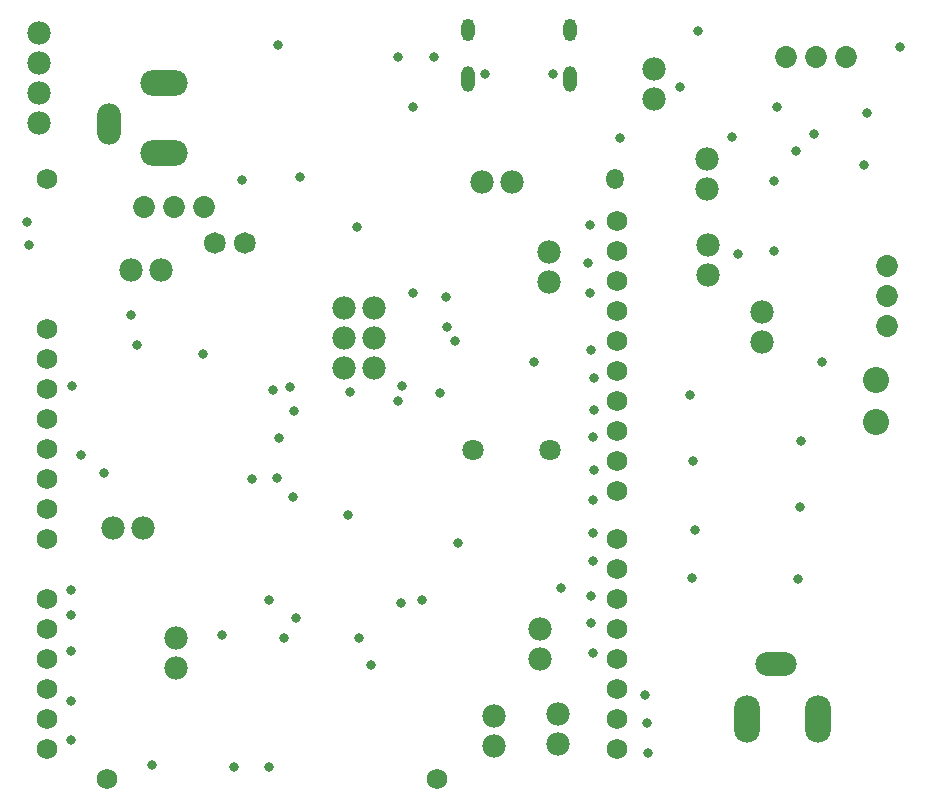
<source format=gbs>
G04*
G04 #@! TF.GenerationSoftware,Altium Limited,Altium Designer,24.2.2 (26)*
G04*
G04 Layer_Color=16711935*
%FSLAX44Y44*%
%MOMM*%
G71*
G04*
G04 #@! TF.SameCoordinates,C9C70787-D61E-4D50-BDF8-59307FDF8C79*
G04*
G04*
G04 #@! TF.FilePolarity,Negative*
G04*
G01*
G75*
%ADD40C,0.0000*%
%ADD58C,0.8032*%
%ADD59O,1.1032X2.2032*%
%ADD60O,1.1032X1.9032*%
%ADD61C,1.8232*%
%ADD62O,2.0032X3.5032*%
%ADD63O,4.0032X2.2032*%
%ADD64C,1.9812*%
%ADD65C,1.8532*%
%ADD66C,1.7272*%
%ADD67O,3.5032X2.0032*%
%ADD68O,2.2032X4.0032*%
%ADD69C,1.8032*%
%ADD70C,2.2032*%
%ADD71O,1.4732X1.7272*%
%ADD72C,0.8382*%
D40*
X176251Y478790D02*
G03*
X176251Y478790I-8611J0D01*
G01*
X201651D02*
G03*
X201651Y478790I-8611J0D01*
G01*
D58*
X454350Y622330D02*
D03*
X396550D02*
D03*
D59*
X468700Y617430D02*
D03*
X382200D02*
D03*
D60*
X468700Y659130D02*
D03*
X382200D02*
D03*
D61*
X167640Y478790D02*
D03*
X193040D02*
D03*
D62*
X77960Y579680D02*
D03*
D63*
X124460Y614680D02*
D03*
Y554680D02*
D03*
D64*
X450850Y445770D02*
D03*
Y471170D02*
D03*
X631190Y394970D02*
D03*
Y420370D02*
D03*
X539750Y600710D02*
D03*
Y626110D02*
D03*
X134620Y119380D02*
D03*
Y144780D02*
D03*
X458470Y80010D02*
D03*
Y54610D02*
D03*
X19050Y605790D02*
D03*
Y580390D02*
D03*
Y656590D02*
D03*
Y631190D02*
D03*
X403860Y53340D02*
D03*
Y78740D02*
D03*
X96520Y455930D02*
D03*
X121920D02*
D03*
X584200Y549910D02*
D03*
Y524510D02*
D03*
X81280Y237490D02*
D03*
X106680D02*
D03*
X393954Y530606D02*
D03*
X419354D02*
D03*
X585470Y452120D02*
D03*
Y477520D02*
D03*
X443230Y127000D02*
D03*
Y152400D02*
D03*
X276860Y424180D02*
D03*
X302260D02*
D03*
X276860Y398780D02*
D03*
X302260D02*
D03*
X276860Y373380D02*
D03*
X302260D02*
D03*
D65*
X158750Y509270D02*
D03*
X133350D02*
D03*
X107950D02*
D03*
X651510Y636270D02*
D03*
X676910D02*
D03*
X702310D02*
D03*
X736600Y408940D02*
D03*
Y434340D02*
D03*
Y459740D02*
D03*
D66*
X25400Y177800D02*
D03*
Y152400D02*
D03*
Y127000D02*
D03*
Y101600D02*
D03*
Y76200D02*
D03*
Y50800D02*
D03*
X508000Y497840D02*
D03*
Y472440D02*
D03*
Y447040D02*
D03*
Y421640D02*
D03*
Y396240D02*
D03*
Y370840D02*
D03*
Y345440D02*
D03*
Y320040D02*
D03*
Y294640D02*
D03*
Y269240D02*
D03*
X25400Y228600D02*
D03*
Y254000D02*
D03*
Y279400D02*
D03*
Y304800D02*
D03*
Y330200D02*
D03*
Y355600D02*
D03*
Y381000D02*
D03*
Y406400D02*
D03*
X508000Y50800D02*
D03*
Y76200D02*
D03*
Y101600D02*
D03*
Y127000D02*
D03*
Y152400D02*
D03*
Y177800D02*
D03*
Y203200D02*
D03*
Y228600D02*
D03*
X25400Y533400D02*
D03*
X355600Y25400D02*
D03*
X76200D02*
D03*
D67*
X643180Y122700D02*
D03*
D68*
X678180Y76200D02*
D03*
X618180D02*
D03*
D69*
X386600Y303530D02*
D03*
X451600D02*
D03*
D70*
X727710Y327660D02*
D03*
Y362660D02*
D03*
D71*
X506730Y533400D02*
D03*
D72*
X46990Y358140D02*
D03*
X45720Y185420D02*
D03*
Y163830D02*
D03*
Y133350D02*
D03*
Y91440D02*
D03*
Y58420D02*
D03*
X485140Y494030D02*
D03*
X483870Y462280D02*
D03*
X485140Y436880D02*
D03*
X486410Y388620D02*
D03*
X488950Y364490D02*
D03*
Y337820D02*
D03*
X487680Y261620D02*
D03*
Y314960D02*
D03*
X488950Y287020D02*
D03*
X487680Y233680D02*
D03*
Y209550D02*
D03*
X486410Y180340D02*
D03*
Y157480D02*
D03*
X487680Y132080D02*
D03*
X532130Y96520D02*
D03*
X533400Y72390D02*
D03*
X534670Y46990D02*
D03*
X662940Y255270D02*
D03*
X664210Y311150D02*
D03*
X681990Y378460D02*
D03*
X510540Y567690D02*
D03*
X373380Y224790D02*
D03*
X322580Y636270D02*
D03*
Y345440D02*
D03*
X326390Y358140D02*
D03*
X342900Y176530D02*
D03*
X8890Y496570D02*
D03*
X10160Y477520D02*
D03*
X358140Y351790D02*
D03*
X370840Y396240D02*
D03*
X220853Y279625D02*
D03*
X222250Y313690D02*
D03*
X231140Y356870D02*
D03*
X364490Y407670D02*
D03*
X335280Y436880D02*
D03*
X363220Y433070D02*
D03*
X576580Y658431D02*
D03*
X641350Y531114D02*
D03*
X643890Y594360D02*
D03*
X660250Y556410D02*
D03*
X217170Y354330D02*
D03*
X234950Y336550D02*
D03*
X280670Y248920D02*
D03*
X561340Y610870D02*
D03*
X234305Y264028D02*
D03*
X675341Y571500D02*
D03*
X240030Y534670D02*
D03*
X717550Y544830D02*
D03*
X438150Y378460D02*
D03*
X281940Y353060D02*
D03*
X461010Y186690D02*
D03*
X325120Y173990D02*
D03*
X190500Y532130D02*
D03*
X335280Y594360D02*
D03*
X748030Y645160D02*
D03*
X661670Y194310D02*
D03*
X610870Y469900D02*
D03*
X353060Y636270D02*
D03*
X220980Y646430D02*
D03*
X157480Y384810D02*
D03*
X288290Y492760D02*
D03*
X720090Y589280D02*
D03*
X114300Y36830D02*
D03*
X184150Y35560D02*
D03*
X213360D02*
D03*
X199390Y279400D02*
D03*
X73660Y284480D02*
D03*
X54610Y299720D02*
D03*
X101600Y392430D02*
D03*
X96520Y417830D02*
D03*
X571500Y195580D02*
D03*
X574040Y236220D02*
D03*
X570230Y350520D02*
D03*
X572770Y294640D02*
D03*
X299720Y121920D02*
D03*
X289560Y144780D02*
D03*
X213360Y176530D02*
D03*
X236220Y161290D02*
D03*
X173990Y147320D02*
D03*
X226060Y144780D02*
D03*
X605790Y568960D02*
D03*
X641350Y472440D02*
D03*
M02*

</source>
